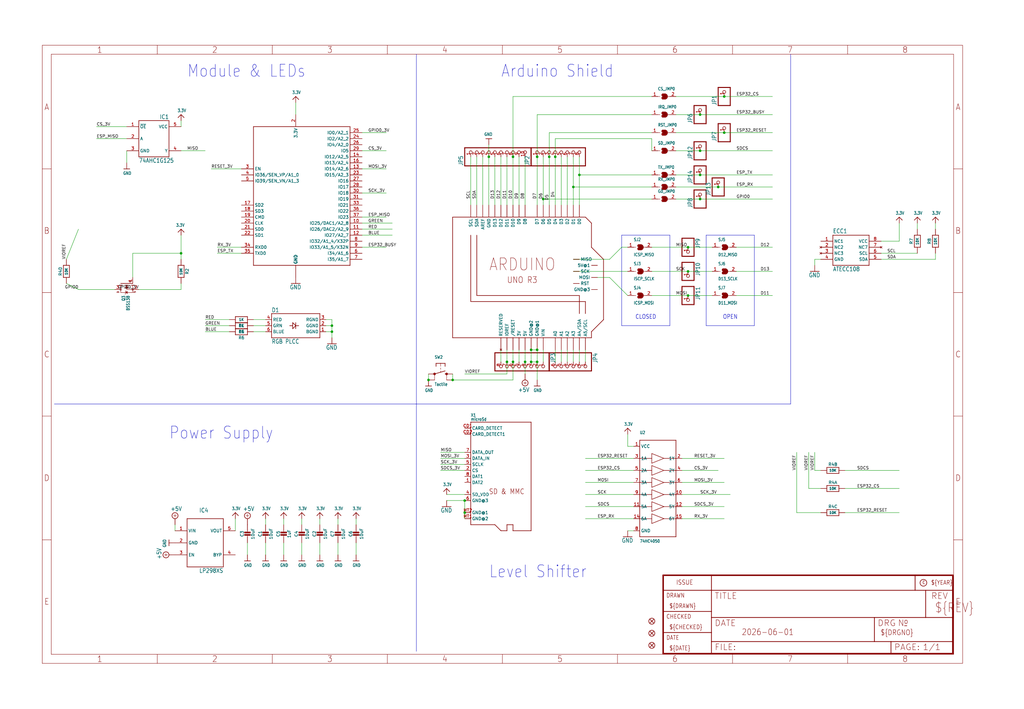
<source format=kicad_sch>
(kicad_sch (version 20230121) (generator eeschema)
  (paper "User" 430.962 298.602)
  (junction (at 220.98 152.4))
  (junction (at 195.58 215.9))
  (junction (at 215.9 66.04))
  (junction (at 231.14 66.04))
  (junction (at 228.6 83.82))
  (junction (at 304.8 40.64))
  (junction (at 205.74 66.04))
  (junction (at 76.2 106.68))
  (junction (at 226.06 147.32))
  (junction (at 139.7 139.7))
  (junction (at 241.3 78.74))
  (junction (at 294.64 48.26))
  (junction (at 304.8 55.88))
  (junction (at 302.26 78.74))
  (junction (at 289.56 114.3))
  (junction (at 294.64 83.82))
  (junction (at 289.56 124.46))
  (junction (at 223.52 147.32))
  (junction (at 180.34 160.02))
  (junction (at 294.64 73.66))
  (junction (at 226.06 152.4))
  (junction (at 223.52 152.4))
  (junction (at 139.7 137.16))
  (junction (at 226.06 66.04))
  (junction (at 195.58 210.82))
  (junction (at 294.64 63.5))
  (junction (at 233.68 66.04))
  (junction (at 289.56 104.14))
  (junction (at 190.5 160.02))
  (junction (at 215.9 152.4))
  (junction (at 243.84 73.66))
  (junction (at 213.36 152.4))
  (wire (pts (xy 370.84 106.68) (xy 386.08 106.68)) (stroke (width 0.1524)))
  (wire (pts (xy 162.56 63.5) (xy 152.4 63.5)) (stroke (width 0.1524)))
  (wire (pts (xy 256.54 116.84) (xy 264.16 124.46)) (stroke (width 0.1524)))
  (wire (pts (xy 111.76 218.44) (xy 111.76 220.98)) (stroke (width 0.1524)))
  (wire (pts (xy 241.3 78.74) (xy 274.32 78.74)) (stroke (width 0.1524)))
  (wire (pts (xy 137.16 137.16) (xy 139.7 137.16)) (stroke (width 0.1524)))
  (wire (pts (xy 266.7 213.36) (xy 246.38 213.36)) (stroke (width 0.1524)))
  (wire (pts (xy 266.7 193.04) (xy 246.38 193.04)) (stroke (width 0.1524)))
  (wire (pts (xy 294.64 48.26) (xy 325.12 48.26)) (stroke (width 0.1524)))
  (wire (pts (xy 243.84 152.4) (xy 243.84 147.32)) (stroke (width 0.1524)))
  (wire (pts (xy 233.68 58.42) (xy 274.32 58.42)) (stroke (width 0.1524)))
  (polyline (pts (xy 175.26 170.18) (xy 175.26 22.86)) (stroke (width 0.1524) (type solid)))
  (wire (pts (xy 215.9 66.04) (xy 215.9 86.36)) (stroke (width 0.1524)))
  (wire (pts (xy 53.34 63.5) (xy 53.34 68.58)) (stroke (width 0.1524)))
  (wire (pts (xy 264.16 187.96) (xy 264.16 182.88)) (stroke (width 0.1524)))
  (wire (pts (xy 162.56 81.28) (xy 152.4 81.28)) (stroke (width 0.1524)))
  (wire (pts (xy 220.98 152.4) (xy 220.98 147.32)) (stroke (width 0.1524)))
  (wire (pts (xy 101.6 104.14) (xy 91.44 104.14)) (stroke (width 0.1524)))
  (wire (pts (xy 106.68 134.62) (xy 111.76 134.62)) (stroke (width 0.1524)))
  (polyline (pts (xy 297.18 137.16) (xy 317.5 137.16)) (stroke (width 0.1524) (type solid)))
  (wire (pts (xy 287.02 213.36) (xy 304.8 213.36)) (stroke (width 0.1524)))
  (wire (pts (xy 284.48 73.66) (xy 294.64 73.66)) (stroke (width 0.1524)))
  (wire (pts (xy 261.62 104.14) (xy 264.16 104.14)) (stroke (width 0.1524)))
  (wire (pts (xy 287.02 193.04) (xy 304.8 193.04)) (stroke (width 0.1524)))
  (wire (pts (xy 274.32 114.3) (xy 289.56 114.3)) (stroke (width 0.1524)))
  (wire (pts (xy 86.36 137.16) (xy 96.52 137.16)) (stroke (width 0.1524)))
  (wire (pts (xy 236.22 66.04) (xy 236.22 86.36)) (stroke (width 0.1524)))
  (wire (pts (xy 195.58 195.58) (xy 185.42 195.58)) (stroke (width 0.1524)))
  (wire (pts (xy 33.02 121.92) (xy 27.94 119.38)) (stroke (width 0.1524)))
  (wire (pts (xy 210.82 152.4) (xy 210.82 147.32)) (stroke (width 0.1524)))
  (wire (pts (xy 345.44 109.22) (xy 342.9 109.22)) (stroke (width 0.1524)))
  (wire (pts (xy 274.32 55.88) (xy 231.14 55.88)) (stroke (width 0.1524)))
  (wire (pts (xy 190.5 160.02) (xy 215.9 160.02)) (stroke (width 0.1524)))
  (wire (pts (xy 226.06 160.02) (xy 226.06 152.4)) (stroke (width 0.1524)))
  (wire (pts (xy 226.06 152.4) (xy 226.06 147.32)) (stroke (width 0.1524)))
  (polyline (pts (xy 297.18 99.06) (xy 297.18 137.16)) (stroke (width 0.1524) (type solid)))
  (wire (pts (xy 287.02 208.28) (xy 307.34 208.28)) (stroke (width 0.1524)))
  (wire (pts (xy 86.36 139.7) (xy 96.52 139.7)) (stroke (width 0.1524)))
  (wire (pts (xy 294.64 63.5) (xy 325.12 63.5)) (stroke (width 0.1524)))
  (wire (pts (xy 55.88 116.84) (xy 55.88 106.68)) (stroke (width 0.1524)))
  (wire (pts (xy 134.62 220.98) (xy 134.62 218.44)) (stroke (width 0.1524)))
  (wire (pts (xy 48.26 121.92) (xy 33.02 121.92)) (stroke (width 0.1524)))
  (wire (pts (xy 187.96 210.82) (xy 195.58 210.82)) (stroke (width 0.1524)))
  (wire (pts (xy 185.42 193.04) (xy 195.58 193.04)) (stroke (width 0.1524)))
  (wire (pts (xy 101.6 71.12) (xy 88.9 71.12)) (stroke (width 0.1524)))
  (wire (pts (xy 274.32 48.26) (xy 226.06 48.26)) (stroke (width 0.1524)))
  (wire (pts (xy 76.2 63.5) (xy 86.36 63.5)) (stroke (width 0.1524)))
  (wire (pts (xy 335.28 215.9) (xy 335.28 190.5)) (stroke (width 0.1524)))
  (wire (pts (xy 223.52 147.32) (xy 226.06 147.32)) (stroke (width 0.1524)))
  (wire (pts (xy 393.7 93.98) (xy 393.7 96.52)) (stroke (width 0.1524)))
  (wire (pts (xy 251.46 116.84) (xy 256.54 116.84)) (stroke (width 0.1524)))
  (wire (pts (xy 223.52 152.4) (xy 223.52 147.32)) (stroke (width 0.1524)))
  (wire (pts (xy 246.38 152.4) (xy 246.38 147.32)) (stroke (width 0.1524)))
  (wire (pts (xy 127 218.44) (xy 127 220.98)) (stroke (width 0.1524)))
  (polyline (pts (xy 332.74 170.18) (xy 332.74 22.86)) (stroke (width 0.1524) (type solid)))
  (wire (pts (xy 231.14 55.88) (xy 231.14 66.04)) (stroke (width 0.1524)))
  (wire (pts (xy 58.42 121.92) (xy 76.2 121.92)) (stroke (width 0.1524)))
  (wire (pts (xy 185.42 198.12) (xy 195.58 198.12)) (stroke (width 0.1524)))
  (wire (pts (xy 355.6 205.74) (xy 378.46 205.74)) (stroke (width 0.1524)))
  (wire (pts (xy 139.7 139.7) (xy 139.7 142.24)) (stroke (width 0.1524)))
  (polyline (pts (xy 317.5 99.06) (xy 297.18 99.06)) (stroke (width 0.1524) (type solid)))
  (wire (pts (xy 119.38 228.6) (xy 119.38 233.68)) (stroke (width 0.1524)))
  (wire (pts (xy 195.58 218.44) (xy 195.58 215.9)) (stroke (width 0.1524)))
  (wire (pts (xy 210.82 66.04) (xy 210.82 86.36)) (stroke (width 0.1524)))
  (wire (pts (xy 149.86 228.6) (xy 149.86 233.68)) (stroke (width 0.1524)))
  (wire (pts (xy 220.98 157.48) (xy 220.98 152.4)) (stroke (width 0.1524)))
  (wire (pts (xy 218.44 66.04) (xy 218.44 86.36)) (stroke (width 0.1524)))
  (wire (pts (xy 241.3 109.22) (xy 256.54 109.22)) (stroke (width 0.1524)))
  (wire (pts (xy 111.76 228.6) (xy 111.76 233.68)) (stroke (width 0.1524)))
  (wire (pts (xy 243.84 73.66) (xy 243.84 86.36)) (stroke (width 0.1524)))
  (wire (pts (xy 218.44 152.4) (xy 218.44 147.32)) (stroke (width 0.1524)))
  (polyline (pts (xy 317.5 137.16) (xy 317.5 99.06)) (stroke (width 0.1524) (type solid)))
  (wire (pts (xy 243.84 66.04) (xy 243.84 73.66)) (stroke (width 0.1524)))
  (wire (pts (xy 215.9 160.02) (xy 215.9 152.4)) (stroke (width 0.1524)))
  (wire (pts (xy 345.44 198.12) (xy 342.9 198.12)) (stroke (width 0.1524)))
  (wire (pts (xy 266.7 187.96) (xy 264.16 187.96)) (stroke (width 0.1524)))
  (wire (pts (xy 304.8 203.2) (xy 287.02 203.2)) (stroke (width 0.1524)))
  (wire (pts (xy 238.76 152.4) (xy 238.76 147.32)) (stroke (width 0.1524)))
  (wire (pts (xy 309.88 114.3) (xy 325.12 114.3)) (stroke (width 0.1524)))
  (polyline (pts (xy 175.26 274.32) (xy 175.26 170.18)) (stroke (width 0.1524) (type solid)))
  (wire (pts (xy 228.6 83.82) (xy 274.32 83.82)) (stroke (width 0.1524)))
  (wire (pts (xy 342.9 109.22) (xy 342.9 111.76)) (stroke (width 0.1524)))
  (wire (pts (xy 231.14 66.04) (xy 231.14 86.36)) (stroke (width 0.1524)))
  (wire (pts (xy 304.8 55.88) (xy 284.48 55.88)) (stroke (width 0.1524)))
  (wire (pts (xy 142.24 218.44) (xy 142.24 220.98)) (stroke (width 0.1524)))
  (wire (pts (xy 104.14 228.6) (xy 104.14 233.68)) (stroke (width 0.1524)))
  (wire (pts (xy 289.56 124.46) (xy 299.72 124.46)) (stroke (width 0.1524)))
  (wire (pts (xy 304.8 40.64) (xy 284.48 40.64)) (stroke (width 0.1524)))
  (wire (pts (xy 228.6 83.82) (xy 228.6 86.36)) (stroke (width 0.1524)))
  (wire (pts (xy 238.76 66.04) (xy 238.76 86.36)) (stroke (width 0.1524)))
  (wire (pts (xy 40.64 58.42) (xy 53.34 58.42)) (stroke (width 0.1524)))
  (wire (pts (xy 287.02 198.12) (xy 302.26 198.12)) (stroke (width 0.1524)))
  (wire (pts (xy 370.84 109.22) (xy 393.7 109.22)) (stroke (width 0.1524)))
  (wire (pts (xy 27.94 109.22) (xy 33.02 96.52)) (stroke (width 0.1524)))
  (wire (pts (xy 195.58 190.5) (xy 185.42 190.5)) (stroke (width 0.1524)))
  (wire (pts (xy 213.36 152.4) (xy 213.36 147.32)) (stroke (width 0.1524)))
  (wire (pts (xy 266.7 218.44) (xy 246.38 218.44)) (stroke (width 0.1524)))
  (wire (pts (xy 378.46 93.98) (xy 378.46 101.6)) (stroke (width 0.1524)))
  (polyline (pts (xy 261.62 137.16) (xy 261.62 99.06)) (stroke (width 0.1524) (type solid)))
  (wire (pts (xy 205.74 66.04) (xy 205.74 86.36)) (stroke (width 0.1524)))
  (wire (pts (xy 304.8 55.88) (xy 325.12 55.88)) (stroke (width 0.1524)))
  (wire (pts (xy 134.62 228.6) (xy 134.62 233.68)) (stroke (width 0.1524)))
  (wire (pts (xy 309.88 124.46) (xy 325.12 124.46)) (stroke (width 0.1524)))
  (wire (pts (xy 152.4 55.88) (xy 162.56 55.88)) (stroke (width 0.1524)))
  (wire (pts (xy 180.34 157.48) (xy 180.34 160.02)) (stroke (width 0.1524)))
  (wire (pts (xy 190.5 160.02) (xy 190.5 157.48)) (stroke (width 0.1524)))
  (wire (pts (xy 76.2 106.68) (xy 76.2 109.22)) (stroke (width 0.1524)))
  (wire (pts (xy 152.4 104.14) (xy 162.56 104.14)) (stroke (width 0.1524)))
  (wire (pts (xy 340.36 205.74) (xy 340.36 190.5)) (stroke (width 0.1524)))
  (wire (pts (xy 284.48 78.74) (xy 302.26 78.74)) (stroke (width 0.1524)))
  (wire (pts (xy 215.9 152.4) (xy 215.9 147.32)) (stroke (width 0.1524)))
  (polyline (pts (xy 281.94 99.06) (xy 281.94 137.16)) (stroke (width 0.1524) (type solid)))
  (wire (pts (xy 256.54 109.22) (xy 261.62 104.14)) (stroke (width 0.1524)))
  (wire (pts (xy 342.9 198.12) (xy 342.9 190.5)) (stroke (width 0.1524)))
  (wire (pts (xy 73.66 220.98) (xy 73.66 223.52)) (stroke (width 0.1524)))
  (wire (pts (xy 228.6 152.4) (xy 228.6 147.32)) (stroke (width 0.1524)))
  (wire (pts (xy 274.32 104.14) (xy 289.56 104.14)) (stroke (width 0.1524)))
  (wire (pts (xy 284.48 83.82) (xy 294.64 83.82)) (stroke (width 0.1524)))
  (wire (pts (xy 294.64 73.66) (xy 325.12 73.66)) (stroke (width 0.1524)))
  (wire (pts (xy 106.68 139.7) (xy 111.76 139.7)) (stroke (width 0.1524)))
  (wire (pts (xy 241.3 114.3) (xy 264.16 114.3)) (stroke (width 0.1524)))
  (wire (pts (xy 152.4 96.52) (xy 165.1 96.52)) (stroke (width 0.1524)))
  (wire (pts (xy 119.38 218.44) (xy 119.38 220.98)) (stroke (width 0.1524)))
  (wire (pts (xy 386.08 96.52) (xy 386.08 93.98)) (stroke (width 0.1524)))
  (wire (pts (xy 243.84 73.66) (xy 274.32 73.66)) (stroke (width 0.1524)))
  (wire (pts (xy 241.3 152.4) (xy 241.3 147.32)) (stroke (width 0.1524)))
  (wire (pts (xy 233.68 66.04) (xy 233.68 58.42)) (stroke (width 0.1524)))
  (wire (pts (xy 274.32 40.64) (xy 215.9 40.64)) (stroke (width 0.1524)))
  (wire (pts (xy 162.56 91.44) (xy 152.4 91.44)) (stroke (width 0.1524)))
  (wire (pts (xy 274.32 58.42) (xy 274.32 63.5)) (stroke (width 0.1524)))
  (wire (pts (xy 220.98 86.36) (xy 220.98 66.04)) (stroke (width 0.1524)))
  (wire (pts (xy 274.32 124.46) (xy 289.56 124.46)) (stroke (width 0.1524)))
  (wire (pts (xy 233.68 152.4) (xy 233.68 147.32)) (stroke (width 0.1524)))
  (wire (pts (xy 137.16 139.7) (xy 139.7 139.7)) (stroke (width 0.1524)))
  (wire (pts (xy 55.88 106.68) (xy 76.2 106.68)) (stroke (width 0.1524)))
  (polyline (pts (xy 261.62 99.06) (xy 281.94 99.06)) (stroke (width 0.1524) (type solid)))
  (wire (pts (xy 226.06 48.26) (xy 226.06 66.04)) (stroke (width 0.1524)))
  (wire (pts (xy 266.7 198.12) (xy 246.38 198.12)) (stroke (width 0.1524)))
  (wire (pts (xy 139.7 137.16) (xy 139.7 139.7)) (stroke (width 0.1524)))
  (wire (pts (xy 294.64 48.26) (xy 284.48 48.26)) (stroke (width 0.1524)))
  (wire (pts (xy 101.6 106.68) (xy 91.44 106.68)) (stroke (width 0.1524)))
  (wire (pts (xy 226.06 86.36) (xy 226.06 66.04)) (stroke (width 0.1524)))
  (wire (pts (xy 195.58 215.9) (xy 195.58 210.82)) (stroke (width 0.1524)))
  (wire (pts (xy 393.7 109.22) (xy 393.7 106.68)) (stroke (width 0.1524)))
  (wire (pts (xy 142.24 233.68) (xy 142.24 228.6)) (stroke (width 0.1524)))
  (wire (pts (xy 213.36 86.36) (xy 213.36 66.04)) (stroke (width 0.1524)))
  (wire (pts (xy 205.74 60.96) (xy 205.74 66.04)) (stroke (width 0.1524)))
  (wire (pts (xy 309.88 104.14) (xy 325.12 104.14)) (stroke (width 0.1524)))
  (wire (pts (xy 345.44 205.74) (xy 340.36 205.74)) (stroke (width 0.1524)))
  (wire (pts (xy 378.46 215.9) (xy 355.6 215.9)) (stroke (width 0.1524)))
  (wire (pts (xy 284.48 63.5) (xy 294.64 63.5)) (stroke (width 0.1524)))
  (wire (pts (xy 203.2 66.04) (xy 203.2 86.36)) (stroke (width 0.1524)))
  (wire (pts (xy 165.1 99.06) (xy 152.4 99.06)) (stroke (width 0.1524)))
  (wire (pts (xy 152.4 93.98) (xy 165.1 93.98)) (stroke (width 0.1524)))
  (wire (pts (xy 233.68 86.36) (xy 233.68 66.04)) (stroke (width 0.1524)))
  (wire (pts (xy 304.8 40.64) (xy 325.12 40.64)) (stroke (width 0.1524)))
  (wire (pts (xy 266.7 223.52) (xy 264.16 223.52)) (stroke (width 0.1524)))
  (wire (pts (xy 287.02 218.44) (xy 304.8 218.44)) (stroke (width 0.1524)))
  (wire (pts (xy 246.38 203.2) (xy 266.7 203.2)) (stroke (width 0.1524)))
  (wire (pts (xy 241.3 78.74) (xy 241.3 86.36)) (stroke (width 0.1524)))
  (wire (pts (xy 127 233.68) (xy 127 228.6)) (stroke (width 0.1524)))
  (wire (pts (xy 241.3 66.04) (xy 241.3 78.74)) (stroke (width 0.1524)))
  (polyline (pts (xy 175.26 170.18) (xy 332.74 170.18)) (stroke (width 0.1524) (type solid)))
  (wire (pts (xy 289.56 104.14) (xy 299.72 104.14)) (stroke (width 0.1524)))
  (polyline (pts (xy 22.86 170.18) (xy 175.26 170.18)) (stroke (width 0.1524) (type solid)))
  (wire (pts (xy 152.4 71.12) (xy 162.56 71.12)) (stroke (width 0.1524)))
  (wire (pts (xy 215.9 66.04) (xy 215.9 40.64)) (stroke (width 0.1524)))
  (wire (pts (xy 370.84 101.6) (xy 378.46 101.6)) (stroke (width 0.1524)))
  (wire (pts (xy 76.2 106.68) (xy 76.2 99.06)) (stroke (width 0.1524)))
  (wire (pts (xy 99.06 218.44) (xy 99.06 223.52)) (stroke (width 0.1524)))
  (wire (pts (xy 106.68 137.16) (xy 111.76 137.16)) (stroke (width 0.1524)))
  (wire (pts (xy 266.7 208.28) (xy 246.38 208.28)) (stroke (width 0.1524)))
  (wire (pts (xy 302.26 78.74) (xy 325.12 78.74)) (stroke (width 0.1524)))
  (wire (pts (xy 208.28 86.36) (xy 208.28 66.04)) (stroke (width 0.1524)))
  (wire (pts (xy 40.64 53.34) (xy 53.34 53.34)) (stroke (width 0.1524)))
  (wire (pts (xy 198.12 66.04) (xy 198.12 86.36)) (stroke (width 0.1524)))
  (wire (pts (xy 325.12 83.82) (xy 294.64 83.82)) (stroke (width 0.1524)))
  (wire (pts (xy 226.06 152.4) (xy 223.52 152.4)) (stroke (width 0.1524)))
  (wire (pts (xy 139.7 134.62) (xy 139.7 137.16)) (stroke (width 0.1524)))
  (wire (pts (xy 213.36 157.48) (xy 195.58 157.48)) (stroke (width 0.1524)))
  (wire (pts (xy 213.36 152.4) (xy 213.36 157.48)) (stroke (width 0.1524)))
  (wire (pts (xy 228.6 66.04) (xy 228.6 83.82)) (stroke (width 0.1524)))
  (wire (pts (xy 137.16 134.62) (xy 139.7 134.62)) (stroke (width 0.1524)))
  (wire (pts (xy 345.44 215.9) (xy 335.28 215.9)) (stroke (width 0.1524)))
  (wire (pts (xy 76.2 50.8) (xy 76.2 53.34)) (stroke (width 0.1524)))
  (wire (pts (xy 76.2 121.92) (xy 76.2 119.38)) (stroke (width 0.1524)))
  (wire (pts (xy 355.6 198.12) (xy 378.46 198.12)) (stroke (width 0.1524)))
  (wire (pts (xy 124.46 43.18) (xy 124.46 48.26)) (stroke (width 0.1524)))
  (wire (pts (xy 200.66 66.04) (xy 200.66 86.36)) (stroke (width 0.1524)))
  (wire (pts (xy 236.22 152.4) (xy 236.22 147.32)) (stroke (width 0.1524)))
  (wire (pts (xy 86.36 134.62) (xy 96.52 134.62)) (stroke (width 0.1524)))
  (wire (pts (xy 289.56 114.3) (xy 299.72 114.3)) (stroke (width 0.1524)))
  (polyline (pts (xy 281.94 137.16) (xy 261.62 137.16)) (stroke (width 0.1524) (type solid)))
  (wire (pts (xy 149.86 220.98) (xy 149.86 218.44)) (stroke (width 0.1524)))
  (wire (pts (xy 187.96 208.28) (xy 195.58 208.28)) (stroke (width 0.1524)))
  (text "Level Shifter" (at 205.74 243.84 0) (effects (font (size 5.08 4.318)) (justify left bottom)))
  (text "Power Supply" (at 71.12 185.42 0) (effects (font (size 5.08 4.318)) (justify left bottom)))
  (text "Arduino Shield" (at 210.82 33.02 0) (effects (font (size 5.08 4.318)) (justify left bottom)))
  (text "OPEN" (at 307.34 134.62 0) (effects (font (size 1.778 1.5113)) (justify bottom)))
  (text "CLOSED" (at 271.78 134.62 0) (effects (font (size 1.778 1.5113)) (justify bottom)))
  (text "Module & LEDs" (at 78.74 33.02 0) (effects (font (size 5.08 4.318)) (justify left bottom)))
  (label "ESP32_RESET" (at 309.88 55.88 0) (effects (font (size 1.2446 1.2446))))
  (label "BLUE" (at 154.94 99.06 0) (effects (font (size 1.2446 1.2446))))
  (label "RESET_3V" (at 88.9 71.12 0) (effects (font (size 1.2446 1.2446))))
  (label "MISO" (at 78.74 63.5 0) (effects (font (size 1.2446 1.2446))))
  (label "ESP32_BUSY" (at 154.94 104.14 0) (effects (font (size 1.2446 1.2446))))
  (label "D13" (at 320.04 114.3 0) (effects (font (size 1.2446 1.2446))))
  (label "VIOREF" (at 335.28 198.12 90) (effects (font (size 1.2446 1.2446))))
  (label "SDCS" (at 360.68 198.12 0) (effects (font (size 1.2446 1.2446))))
  (label "SDCS_3V" (at 185.42 198.12 0) (effects (font (size 1.2446 1.2446))))
  (label "SCK_3V" (at 185.42 195.58 0) (effects (font (size 1.2446 1.2446))))
  (label "ESP_MISO" (at 40.64 58.42 0) (effects (font (size 1.2446 1.2446))))
  (label "GPIO0" (at 309.88 83.82 0) (effects (font (size 1.2446 1.2446))))
  (label "SDCS_3V" (at 292.1 213.36 0) (effects (font (size 1.2446 1.2446))))
  (label "ESP32_CS" (at 309.88 40.64 0) (effects (font (size 1.2446 1.2446))))
  (label "D9" (at 218.44 83.82 90) (effects (font (size 1.2446 1.2446))))
  (label "BLUE" (at 86.36 139.7 0) (effects (font (size 1.2446 1.2446))))
  (label "D7" (at 226.06 83.82 90) (effects (font (size 1.2446 1.2446))))
  (label "MOSI_3V" (at 292.1 203.2 0) (effects (font (size 1.2446 1.2446))))
  (label "RX_3V" (at 91.44 104.14 0) (effects (font (size 1.2446 1.2446))))
  (label "VIOREF" (at 195.58 157.48 0) (effects (font (size 1.2446 1.2446))))
  (label "SDA" (at 200.66 83.82 90) (effects (font (size 1.2446 1.2446))))
  (label "ESP32_CS" (at 251.46 198.12 0) (effects (font (size 1.2446 1.2446))))
  (label "D4" (at 233.68 83.185 90) (effects (font (size 1.2446 1.2446))))
  (label "ESP32_BUSY" (at 309.88 48.26 0) (effects (font (size 1.2446 1.2446))))
  (label "ESP_TX" (at 309.88 73.66 0) (effects (font (size 1.2446 1.2446))))
  (label "SDA" (at 373.38 109.22 0) (effects (font (size 1.2446 1.2446))))
  (label "MISO" (at 284.48 104.14 0) (effects (font (size 1.2446 1.2446))))
  (label "SCK" (at 284.48 114.3 0) (effects (font (size 1.2446 1.2446))))
  (label "D6" (at 228.6 83.82 90) (effects (font (size 1.2446 1.2446))))
  (label "RED" (at 154.94 96.52 0) (effects (font (size 1.2446 1.2446))))
  (label "RX_3V" (at 292.1 218.44 0) (effects (font (size 1.2446 1.2446))))
  (label "SCL" (at 198.12 83.82 90) (effects (font (size 1.2446 1.2446))))
  (label "D5" (at 231.14 84.455 90) (effects (font (size 1.2446 1.2446))))
  (label "ESP_MISO" (at 154.94 91.44 0) (effects (font (size 1.2446 1.2446))))
  (label "GREEN" (at 154.94 93.98 0) (effects (font (size 1.2446 1.2446))))
  (label "ESP32_RESET" (at 360.68 215.9 0) (effects (font (size 1.2446 1.2446))))
  (label "GPIO0" (at 33.02 121.92 180) (effects (font (size 1.2446 1.2446))))
  (label "MOSI_3V" (at 154.94 71.12 0) (effects (font (size 1.2446 1.2446))))
  (label "D11" (at 213.36 83.82 90) (effects (font (size 1.2446 1.2446))))
  (label "SCL" (at 373.38 106.68 0) (effects (font (size 1.2446 1.2446))))
  (label "GPIO0_3V" (at 58.42 121.92 180) (effects (font (size 1.2446 1.2446))))
  (label "GREEN" (at 86.36 137.16 0) (effects (font (size 1.2446 1.2446))))
  (label "D12" (at 210.82 83.82 90) (effects (font (size 1.2446 1.2446))))
  (label "CS_3V" (at 154.94 63.5 0) (effects (font (size 1.2446 1.2446))))
  (label "ESP32_RESET" (at 251.46 193.04 0) (effects (font (size 1.2446 1.2446))))
  (label "SCK_3V" (at 154.94 81.28 0) (effects (font (size 1.2446 1.2446))))
  (label "MOSI" (at 284.48 124.46 0) (effects (font (size 1.2446 1.2446))))
  (label "RESET_3V" (at 292.1 193.04 0) (effects (font (size 1.2446 1.2446))))
  (label "GPIO0_3V" (at 154.94 55.88 0) (effects (font (size 1.2446 1.2446))))
  (label "ESP_RX" (at 309.88 78.74 0) (effects (font (size 1.2446 1.2446))))
  (label "D12" (at 320.04 104.14 0) (effects (font (size 1.2446 1.2446))))
  (label "MISO" (at 185.42 190.5 0) (effects (font (size 1.2446 1.2446))))
  (label "CS_3V" (at 40.64 53.34 0) (effects (font (size 1.2446 1.2446))))
  (label "SCK" (at 251.46 208.28 0) (effects (font (size 1.2446 1.2446))))
  (label "ESP_TX" (at 91.44 106.68 0) (effects (font (size 1.2446 1.2446))))
  (label "SDCS" (at 251.46 213.36 0) (effects (font (size 1.2446 1.2446))))
  (label "VIOREF" (at 27.94 109.22 90) (effects (font (size 1.2446 1.2446))))
  (label "D10" (at 215.9 83.82 90) (effects (font (size 1.2446 1.2446))))
  (label "MOSI_3V" (at 185.42 193.04 0) (effects (font (size 1.2446 1.2446))))
  (label "CS_3V" (at 292.1 198.12 0) (effects (font (size 1.2446 1.2446))))
  (label "D8" (at 220.98 83.82 90) (effects (font (size 1.2446 1.2446))))
  (label "D11" (at 320.04 124.46 0) (effects (font (size 1.2446 1.2446))))
  (label "SCK_3V" (at 294.64 208.28 0) (effects (font (size 1.2446 1.2446))))
  (label "ESP_RX" (at 251.46 218.44 0) (effects (font (size 1.2446 1.2446))))
  (label "VIOREF" (at 342.9 198.12 90) (effects (font (size 1.2446 1.2446))))
  (label "ESP32_CS" (at 360.68 205.74 0) (effects (font (size 1.2446 1.2446))))
  (label "SDCS" (at 309.88 63.5 0) (effects (font (size 1.2446 1.2446))))
  (label "VIOREF" (at 340.36 198.12 90) (effects (font (size 1.2446 1.2446))))
  (label "RED" (at 86.36 134.62 0) (effects (font (size 1.2446 1.2446))))
  (label "MOSI" (at 251.46 203.2 0) (effects (font (size 1.2446 1.2446))))
  (label "D13" (at 208.28 83.82 90) (effects (font (size 1.2446 1.2446))))
  (symbol (lib_id "working-eagle-import:HEADER-1X1ROUND") (at 289.56 127 270) (unit 1)
    (property "Reference" "JP11" (at 292.735 120.65 0) (effects (font (size 1.778 1.5113)) (justify left bottom)))
    (property "Value" "HEADER-1X1ROUND" (effects hide))
    (property "Footprint" "working:1X01_ROUND" (effects hide))
  )
  (symbol (lib_id "working-eagle-import:FRAME_A3") (at 279.4 276.86 0) (unit 3)
    (property "Reference" "#FRAME1" (effects hide))
    (property "Value" "FRAME_A3" (effects hide))
  )
  (symbol (lib_id "working-eagle-import:HEADER-1X1070MIL") (at 208.28 63.5 90) (unit 1)
    (property "Reference" "JP5" (at 194.945 69.85 0) (effects (font (size 1.778 1.5113)) (justify left bottom)))
    (property "Value" "HEADER-1X1070MIL" (effects hide))
    (property "Footprint" "working:1X10_ROUND70" (effects hide))
  )
  (symbol (lib_id "working-eagle-import:3.3V") (at 149.86 215.9 0) (unit 1)
    (property "Reference" "#U$13" (effects hide))
    (property "Value" "3.3V" (at 148.336 214.884 0) (effects (font (size 1.27 1.0795)) (justify left bottom)))
  )
  (symbol (lib_id "working-eagle-import:SOLDERJUMPERREFLOW_NOPASTE") (at 304.8 114.3 0) (unit 1)
    (property "Reference" "SJ6" (at 302.26 111.76 0) (effects (font (size 1.27 1.0795)) (justify left bottom)))
    (property "Value" "D13_SCLK" (at 302.26 118.11 0) (effects (font (size 1.27 1.0795)) (justify left bottom)))
    (property "Footprint" "working:SOLDERJUMPER_REFLOW_NOPASTE" (effects hide))
  )
  (symbol (lib_id "working-eagle-import:ARDUINO_R3_ICSP_NODIM") (at 190.5 142.24 0) (unit 1)
    (property "Reference" "M1" (effects hide))
    (property "Value" "ARDUINO_R3_ICSP_NODIM" (effects hide))
    (property "Footprint" "working:ARDUINOR3_ICSP_NODIM" (effects hide))
  )
  (symbol (lib_id "working-eagle-import:RESISTOR_0603_NOOUT") (at 76.2 114.3 270) (unit 1)
    (property "Reference" "R2" (at 78.74 114.3 0))
    (property "Value" "10K" (at 76.2 114.3 0) (effects (font (size 1.016 1.016) bold)))
    (property "Footprint" "working:0603-NO" (effects hide))
  )
  (symbol (lib_id "working-eagle-import:ESP32_WROOM32") (at 124.46 88.9 0) (unit 1)
    (property "Reference" "X2" (effects hide))
    (property "Value" "ESP32_WROOM32" (effects hide))
    (property "Footprint" "working:WROOM32" (effects hide))
  )
  (symbol (lib_id "working-eagle-import:SOLDERJUMPER") (at 279.4 78.74 0) (unit 1)
    (property "Reference" "RX_JMP0" (at 276.86 76.2 0) (effects (font (size 1.27 1.0795)) (justify left bottom)))
    (property "Value" "SOLDERJUMPER" (effects hide))
    (property "Footprint" "working:SOLDERJUMPER_ARROW_NOPASTE" (effects hide))
  )
  (symbol (lib_id "working-eagle-import:CAP_CERAMIC0805-NOOUTLINE") (at 134.62 226.06 0) (unit 1)
    (property "Reference" "C2" (at 132.33 224.81 90))
    (property "Value" "10uF" (at 136.92 224.81 90))
    (property "Footprint" "working:0805-NO" (effects hide))
  )
  (symbol (lib_id "working-eagle-import:FIDUCIAL_1MM") (at 274.32 261.62 0) (unit 1)
    (property "Reference" "FID2" (effects hide))
    (property "Value" "FIDUCIAL_1MM" (effects hide))
    (property "Footprint" "working:FIDUCIAL_1MM" (effects hide))
  )
  (symbol (lib_id "working-eagle-import:SOLDERJUMPERCLOSED") (at 279.4 48.26 0) (unit 1)
    (property "Reference" "IRQ_JMP0" (at 276.86 45.72 0) (effects (font (size 1.27 1.0795)) (justify left bottom)))
    (property "Value" "SOLDERJUMPERCLOSED" (effects hide))
    (property "Footprint" "working:SOLDERJUMPER_CLOSEDWIRE" (effects hide))
  )
  (symbol (lib_id "working-eagle-import:3.3V") (at 393.7 91.44 0) (unit 1)
    (property "Reference" "#U$38" (effects hide))
    (property "Value" "3.3V" (at 392.176 90.424 0) (effects (font (size 1.27 1.0795)) (justify left bottom)))
  )
  (symbol (lib_id "working-eagle-import:RESISTOR_0603_NOOUT") (at 386.08 101.6 90) (unit 1)
    (property "Reference" "R7" (at 383.54 101.6 0))
    (property "Value" "10K" (at 386.08 101.6 0) (effects (font (size 1.016 1.016) bold)))
    (property "Footprint" "working:0603-NO" (effects hide))
  )
  (symbol (lib_id "working-eagle-import:HEADER-1X670MIL") (at 238.76 154.94 270) (unit 1)
    (property "Reference" "JP4" (at 249.555 148.59 0) (effects (font (size 1.778 1.5113)) (justify left bottom)))
    (property "Value" "HEADER-1X670MIL" (effects hide))
    (property "Footprint" "working:1X06_ROUND_70" (effects hide))
  )
  (symbol (lib_id "working-eagle-import:3.3V") (at 134.62 215.9 0) (unit 1)
    (property "Reference" "#U$5" (effects hide))
    (property "Value" "3.3V" (at 133.096 214.884 0) (effects (font (size 1.27 1.0795)) (justify left bottom)))
  )
  (symbol (lib_id "working-eagle-import:GND") (at 134.62 236.22 0) (unit 1)
    (property "Reference" "#U$7" (effects hide))
    (property "Value" "GND" (at 133.096 238.76 0) (effects (font (size 1.27 1.0795)) (justify left bottom)))
  )
  (symbol (lib_id "working-eagle-import:+5V") (at 104.14 218.44 0) (unit 1)
    (property "Reference" "#SUPPLY4" (effects hide))
    (property "Value" "+5V" (at 102.235 215.265 0) (effects (font (size 1.778 1.5113)) (justify left bottom)))
  )
  (symbol (lib_id "working-eagle-import:GND") (at 104.14 236.22 0) (unit 1)
    (property "Reference" "#U$19" (effects hide))
    (property "Value" "GND" (at 102.616 238.76 0) (effects (font (size 1.27 1.0795)) (justify left bottom)))
  )
  (symbol (lib_id "working-eagle-import:ATECC108") (at 358.14 104.14 0) (unit 1)
    (property "Reference" "ECC1" (at 350.52 98.298 0) (effects (font (size 1.778 1.5113)) (justify left bottom)))
    (property "Value" "ATECC108" (at 350.52 114.3 0) (effects (font (size 1.778 1.5113)) (justify left bottom)))
    (property "Footprint" "working:SOIC8" (effects hide))
  )
  (symbol (lib_id "working-eagle-import:SOLDERJUMPER") (at 279.4 83.82 0) (unit 1)
    (property "Reference" "G0_JMP0" (at 276.86 81.28 0) (effects (font (size 1.27 1.0795)) (justify left bottom)))
    (property "Value" "SOLDERJUMPER" (effects hide))
    (property "Footprint" "working:SOLDERJUMPER_ARROW_NOPASTE" (effects hide))
  )
  (symbol (lib_id "working-eagle-import:SOLDERJUMPERCLOSED") (at 279.4 40.64 0) (unit 1)
    (property "Reference" "CS_JMP0" (at 276.86 38.1 0) (effects (font (size 1.27 1.0795)) (justify left bottom)))
    (property "Value" "SOLDERJUMPERCLOSED" (effects hide))
    (property "Footprint" "working:SOLDERJUMPER_CLOSEDWIRE" (effects hide))
  )
  (symbol (lib_id "working-eagle-import:3.3V") (at 127 215.9 0) (unit 1)
    (property "Reference" "#U$17" (effects hide))
    (property "Value" "3.3V" (at 125.476 214.884 0) (effects (font (size 1.27 1.0795)) (justify left bottom)))
  )
  (symbol (lib_id "working-eagle-import:RESISTOR_0603_NOOUT") (at 101.6 134.62 180) (unit 1)
    (property "Reference" "R1" (at 101.6 137.16 0))
    (property "Value" "1K" (at 101.6 134.62 0) (effects (font (size 1.016 1.016) bold)))
    (property "Footprint" "working:0603-NO" (effects hide))
  )
  (symbol (lib_id "working-eagle-import:CAP_CERAMIC0805-NOOUTLINE") (at 111.76 226.06 0) (unit 1)
    (property "Reference" "C1" (at 109.47 224.81 90))
    (property "Value" "10uF" (at 114.06 224.81 90))
    (property "Footprint" "working:0805-NO" (effects hide))
  )
  (symbol (lib_id "working-eagle-import:MICROSD") (at 210.82 198.12 0) (unit 1)
    (property "Reference" "X1" (at 198.12 175.514 0) (effects (font (size 1.27 1.0795)) (justify left bottom)))
    (property "Value" "microSd" (at 198.12 177.292 0) (effects (font (size 1.27 1.0795)) (justify left bottom)))
    (property "Footprint" "working:MICROSD" (effects hide))
  )
  (symbol (lib_id "working-eagle-import:supply1_GND") (at 139.7 144.78 0) (unit 1)
    (property "Reference" "#GND1" (effects hide))
    (property "Value" "GND" (at 137.16 147.32 0) (effects (font (size 1.778 1.5113)) (justify left bottom)))
  )
  (symbol (lib_id "working-eagle-import:3.3V") (at 386.08 91.44 0) (unit 1)
    (property "Reference" "#U$36" (effects hide))
    (property "Value" "3.3V" (at 384.556 90.424 0) (effects (font (size 1.27 1.0795)) (justify left bottom)))
  )
  (symbol (lib_id "working-eagle-import:supply1_GND") (at 124.46 119.38 0) (unit 1)
    (property "Reference" "#GND8" (effects hide))
    (property "Value" "GND" (at 121.92 121.92 0) (effects (font (size 1.778 1.5113)) (justify left bottom)))
  )
  (symbol (lib_id "working-eagle-import:HEADER-1X1ROUND") (at 304.8 38.1 90) (unit 1)
    (property "Reference" "JP1" (at 301.625 44.45 0) (effects (font (size 1.778 1.5113)) (justify left bottom)))
    (property "Value" "HEADER-1X1ROUND" (effects hide))
    (property "Footprint" "working:1X01_ROUND" (effects hide))
  )
  (symbol (lib_id "working-eagle-import:SOLDERJUMPER") (at 279.4 73.66 0) (unit 1)
    (property "Reference" "TX_JMP0" (at 276.86 71.12 0) (effects (font (size 1.27 1.0795)) (justify left bottom)))
    (property "Value" "SOLDERJUMPER" (effects hide))
    (property "Footprint" "working:SOLDERJUMPER_ARROW_NOPASTE" (effects hide))
  )
  (symbol (lib_id "working-eagle-import:SOLDERJUMPERCLOSED") (at 269.24 124.46 0) (unit 1)
    (property "Reference" "SJ4" (at 266.7 121.92 0) (effects (font (size 1.27 1.0795)) (justify left bottom)))
    (property "Value" "ICSP_MOSI" (at 266.7 128.27 0) (effects (font (size 1.27 1.0795)) (justify left bottom)))
    (property "Footprint" "working:SOLDERJUMPER_CLOSEDWIRE" (effects hide))
  )
  (symbol (lib_id "working-eagle-import:SOLDERJUMPERCLOSED") (at 269.24 104.14 0) (unit 1)
    (property "Reference" "SJ2" (at 266.7 101.6 0) (effects (font (size 1.27 1.0795)) (justify left bottom)))
    (property "Value" "ICSP_MISO" (at 266.7 107.95 0) (effects (font (size 1.27 1.0795)) (justify left bottom)))
    (property "Footprint" "working:SOLDERJUMPER_CLOSEDWIRE" (effects hide))
  )
  (symbol (lib_id "working-eagle-import:SparkFun-Aesthetics_GND") (at 342.9 114.3 0) (unit 1)
    (property "Reference" "#GND18" (effects hide))
    (property "Value" "GND" (at 340.36 116.84 0) (effects (font (size 1.778 1.5113)) (justify left bottom)))
  )
  (symbol (lib_id "working-eagle-import:HEADER-1X1ROUND") (at 294.64 60.96 90) (unit 1)
    (property "Reference" "JP12" (at 291.465 67.31 0) (effects (font (size 1.778 1.5113)) (justify left bottom)))
    (property "Value" "HEADER-1X1ROUND" (effects hide))
    (property "Footprint" "working:1X01_ROUND" (effects hide))
  )
  (symbol (lib_id "working-eagle-import:GND") (at 119.38 236.22 0) (unit 1)
    (property "Reference" "#U$6" (effects hide))
    (property "Value" "GND" (at 117.856 238.76 0) (effects (font (size 1.27 1.0795)) (justify left bottom)))
  )
  (symbol (lib_id "working-eagle-import:supply1_GND") (at 264.16 226.06 0) (unit 1)
    (property "Reference" "#GND5" (effects hide))
    (property "Value" "GND" (at 261.62 228.6 0) (effects (font (size 1.778 1.5113)) (justify left bottom)))
  )
  (symbol (lib_id "working-eagle-import:SOLDERJUMPERREFLOW_NOPASTE") (at 304.8 104.14 0) (unit 1)
    (property "Reference" "SJ5" (at 302.26 101.6 0) (effects (font (size 1.27 1.0795)) (justify left bottom)))
    (property "Value" "D12_MISO" (at 302.26 107.95 0) (effects (font (size 1.27 1.0795)) (justify left bottom)))
    (property "Footprint" "working:SOLDERJUMPER_REFLOW_NOPASTE" (effects hide))
  )
  (symbol (lib_id "working-eagle-import:3.3V") (at 378.46 91.44 0) (unit 1)
    (property "Reference" "#U$37" (effects hide))
    (property "Value" "3.3V" (at 376.936 90.424 0) (effects (font (size 1.27 1.0795)) (justify left bottom)))
  )
  (symbol (lib_id "working-eagle-import:CAP_CERAMIC0805-NOOUTLINE") (at 119.38 226.06 0) (unit 1)
    (property "Reference" "C5" (at 117.09 224.81 90))
    (property "Value" "1uF" (at 121.68 224.81 90))
    (property "Footprint" "working:0805-NO" (effects hide))
  )
  (symbol (lib_id "working-eagle-import:SOLDERJUMPERCLOSED") (at 279.4 63.5 0) (unit 1)
    (property "Reference" "SD_JMP0" (at 276.86 60.96 0) (effects (font (size 1.27 1.0795)) (justify left bottom)))
    (property "Value" "SOLDERJUMPERCLOSED" (effects hide))
    (property "Footprint" "working:SOLDERJUMPER_CLOSEDWIRE" (effects hide))
  )
  (symbol (lib_id "working-eagle-import:CAP_CERAMIC0805-NOOUTLINE") (at 142.24 226.06 0) (unit 1)
    (property "Reference" "C7" (at 139.95 224.81 90))
    (property "Value" "10uF" (at 144.54 224.81 90))
    (property "Footprint" "working:0805-NO" (effects hide))
  )
  (symbol (lib_id "working-eagle-import:LED_RGB_PLCC6_3535") (at 124.46 137.16 0) (unit 1)
    (property "Reference" "D1" (at 114.3 131.572 0) (effects (font (size 1.778 1.5113)) (justify left bottom)))
    (property "Value" "RGB PLCC" (at 114.3 144.78 0) (effects (font (size 1.778 1.5113)) (justify left bottom)))
    (property "Footprint" "working:RGBLED_3535_PLCC6" (effects hide))
  )
  (symbol (lib_id "working-eagle-import:GND") (at 127 236.22 0) (unit 1)
    (property "Reference" "#U$8" (effects hide))
    (property "Value" "GND" (at 125.476 238.76 0) (effects (font (size 1.27 1.0795)) (justify left bottom)))
  )
  (symbol (lib_id "working-eagle-import:HEADER-1X1ROUND") (at 294.64 71.12 90) (unit 1)
    (property "Reference" "JP14" (at 291.465 77.47 0) (effects (font (size 1.778 1.5113)) (justify left bottom)))
    (property "Value" "HEADER-1X1ROUND" (effects hide))
    (property "Footprint" "working:1X01_ROUND" (effects hide))
  )
  (symbol (lib_id "working-eagle-import:LP298XS") (at 88.9 228.6 270) (unit 1)
    (property "Reference" "IC4" (at 83.82 215.9 90) (effects (font (size 1.778 1.5113)) (justify left bottom)))
    (property "Value" "LP298XS" (at 83.82 241.3 90) (effects (font (size 1.778 1.5113)) (justify left bottom)))
    (property "Footprint" "working:SOT23-5L" (effects hide))
  )
  (symbol (lib_id "working-eagle-import:3.3V") (at 124.46 40.64 0) (unit 1)
    (property "Reference" "#U$1" (effects hide))
    (property "Value" "3.3V" (at 122.936 39.624 0) (effects (font (size 1.27 1.0795)) (justify left bottom)))
  )
  (symbol (lib_id "working-eagle-import:+5V") (at 73.66 218.44 0) (unit 1)
    (property "Reference" "#SUPPLY2" (effects hide))
    (property "Value" "+5V" (at 71.755 215.265 0) (effects (font (size 1.778 1.5113)) (justify left bottom)))
  )
  (symbol (lib_id "working-eagle-import:CAP_CERAMIC0805-NOOUTLINE") (at 149.86 226.06 0) (unit 1)
    (property "Reference" "C6" (at 147.57 224.81 90))
    (property "Value" "10uF" (at 152.16 224.81 90))
    (property "Footprint" "working:0805-NO" (effects hide))
  )
  (symbol (lib_id "working-eagle-import:RESISTOR_0603_NOOUT") (at 393.7 101.6 90) (unit 1)
    (property "Reference" "R8" (at 391.16 101.6 0))
    (property "Value" "10K" (at 393.7 101.6 0) (effects (font (size 1.016 1.016) bold)))
    (property "Footprint" "working:0603-NO" (effects hide))
  )
  (symbol (lib_id "working-eagle-import:HEADER-1X1ROUND") (at 304.8 53.34 90) (unit 1)
    (property "Reference" "JP7" (at 301.625 59.69 0) (effects (font (size 1.778 1.5113)) (justify left bottom)))
    (property "Value" "HEADER-1X1ROUND" (effects hide))
    (property "Footprint" "working:1X01_ROUND" (effects hide))
  )
  (symbol (lib_id "working-eagle-import:SOLDERJUMPERREFLOW_NOPASTE") (at 304.8 124.46 0) (unit 1)
    (property "Reference" "SJ7" (at 302.26 121.92 0) (effects (font (size 1.27 1.0795)) (justify left bottom)))
    (property "Value" "D11_MOSI" (at 302.26 128.27 0) (effects (font (size 1.27 1.0795)) (justify left bottom)))
    (property "Footprint" "working:SOLDERJUMPER_REFLOW_NOPASTE" (effects hide))
  )
  (symbol (lib_id "working-eagle-import:HEADER-1X1ROUND") (at 289.56 116.84 270) (unit 1)
    (property "Reference" "JP10" (at 292.735 110.49 0) (effects (font (size 1.778 1.5113)) (justify left bottom)))
    (property "Value" "HEADER-1X1ROUND" (effects hide))
    (property "Footprint" "working:1X01_ROUND" (effects hide))
  )
  (symbol (lib_id "working-eagle-import:CAP_CERAMIC0805-NOOUTLINE") (at 104.14 226.06 0) (unit 1)
    (property "Reference" "C3" (at 101.85 224.81 90))
    (property "Value" "10uF" (at 106.44 224.81 90))
    (property "Footprint" "working:0805-NO" (effects hide))
  )
  (symbol (lib_id "working-eagle-import:RESISTOR_4PACK") (at 27.94 114.3 90) (unit 4)
    (property "Reference" "R4" (at 25.4 114.3 0))
    (property "Value" "10K" (at 27.94 114.3 0) (effects (font (size 1.016 1.016) bold)))
    (property "Footprint" "working:RESPACK_4X0603" (effects hide))
  )
  (symbol (lib_id "working-eagle-import:RESISTOR_0603_NOOUT") (at 101.6 139.7 180) (unit 1)
    (property "Reference" "R6" (at 101.6 142.24 0))
    (property "Value" "1K" (at 101.6 139.7 0) (effects (font (size 1.016 1.016) bold)))
    (property "Footprint" "working:0603-NO" (effects hide))
  )
  (symbol (lib_id "working-eagle-import:GND") (at 53.34 71.12 0) (unit 1)
    (property "Reference" "#U$28" (effects hide))
    (property "Value" "GND" (at 51.816 73.66 0) (effects (font (size 1.27 1.0795)) (justify left bottom)))
  )
  (symbol (lib_id "working-eagle-import:GND") (at 142.24 236.22 0) (unit 1)
    (property "Reference" "#U$22" (effects hide))
    (property "Value" "GND" (at 140.716 238.76 0) (effects (font (size 1.27 1.0795)) (justify left bottom)))
  )
  (symbol (lib_id "working-eagle-import:SWITCH_TACT_SMT_EVQQ2_SMALL") (at 185.42 157.48 0) (unit 1)
    (property "Reference" "SW2" (at 182.88 151.13 0) (effects (font (size 1.27 1.0795)) (justify left bottom)))
    (property "Value" "Tactile" (at 182.88 162.56 0) (effects (font (size 1.27 1.0795)) (justify left bottom)))
    (property "Footprint" "working:EVQ-Q2_SMALLER" (effects hide))
  )
  (symbol (lib_id "working-eagle-import:3.3V") (at 76.2 48.26 0) (unit 1)
    (property "Reference" "#U$52" (effects hide))
    (property "Value" "3.3V" (at 74.676 47.244 0) (effects (font (size 1.27 1.0795)) (justify left bottom)))
  )
  (symbol (lib_id "working-eagle-import:3.3V") (at 187.96 205.74 0) (unit 1)
    (property "Reference" "#U$3" (effects hide))
    (property "Value" "3.3V" (at 186.436 204.724 0) (effects (font (size 1.27 1.0795)) (justify left bottom)))
  )
  (symbol (lib_id "working-eagle-import:MOSFET-NWIDE") (at 53.34 119.38 90) (mirror x) (unit 1)
    (property "Reference" "Q3" (at 52.705 124.46 0) (effects (font (size 1.27 1.0795)) (justify left bottom)))
    (property "Value" "BSS138" (at 54.61 124.46 0) (effects (font (size 1.27 1.0795)) (justify left bottom)))
    (property "Footprint" "working:SOT23-WIDE" (effects hide))
  )
  (symbol (lib_id "working-eagle-import:HEADER-1X1ROUND") (at 302.26 76.2 90) (unit 1)
    (property "Reference" "JP13" (at 299.085 82.55 0) (effects (font (size 1.778 1.5113)) (justify left bottom)))
    (property "Value" "HEADER-1X1ROUND" (effects hide))
    (property "Footprint" "working:1X01_ROUND" (effects hide))
  )
  (symbol (lib_id "working-eagle-import:3.3V") (at 264.16 180.34 0) (unit 1)
    (property "Reference" "#U$12" (effects hide))
    (property "Value" "3.3V" (at 262.636 179.324 0) (effects (font (size 1.27 1.0795)) (justify left bottom)))
  )
  (symbol (lib_id "working-eagle-import:HEADER-1X870MIL") (at 218.44 154.94 270) (unit 1)
    (property "Reference" "JP3" (at 231.775 148.59 0) (effects (font (size 1.778 1.5113)) (justify left bottom)))
    (property "Value" "HEADER-1X870MIL" (effects hide))
    (property "Footprint" "working:1X08_ROUND_70" (effects hide))
  )
  (symbol (lib_id "working-eagle-import:3.3V") (at 76.2 96.52 0) (mirror y) (unit 1)
    (property "Reference" "#U$25" (effects hide))
    (property "Value" "3.3V" (at 77.724 95.504 0) (effects (font (size 1.27 1.0795)) (justify left bottom)))
  )
  (symbol (lib_id "working-eagle-import:supply1_GND") (at 187.96 213.36 0) (unit 1)
    (property "Reference" "#GND3" (effects hide))
    (property "Value" "GND" (at 185.42 215.9 0) (effects (font (size 1.778 1.5113)) (justify left bottom)))
  )
  (symbol (lib_id "working-eagle-import:RESISTOR_4PACK") (at 350.52 205.74 0) (unit 1)
    (property "Reference" "R4" (at 350.52 203.2 0))
    (property "Value" "10K" (at 350.52 205.74 0) (effects (font (size 1.016 1.016) bold)))
    (property "Footprint" "working:RESPACK_4X0603" (effects hide))
  )
  (symbol (lib_id "working-eagle-import:3.3V") (at 111.76 215.9 0) (unit 1)
    (property "Reference" "#U$16" (effects hide))
    (property "Value" "3.3V" (at 110.236 214.884 0) (effects (font (size 1.27 1.0795)) (justify left bottom)))
  )
  (symbol (lib_id "working-eagle-import:74HC4050D") (at 276.86 205.74 0) (unit 1)
    (property "Reference" "U2" (at 269.24 182.88 0) (effects (font (size 1.27 1.0795)) (justify left bottom)))
    (property "Value" "74HC4050" (at 269.24 228.6 0) (effects (font (size 1.27 1.0795)) (justify left bottom)))
    (property "Footprint" "working:SOIC16" (effects hide))
  )
  (symbol (lib_id "working-eagle-import:SOLDERJUMPERCLOSED") (at 279.4 55.88 0) (unit 1)
    (property "Reference" "RST_JMP0" (at 276.86 53.34 0) (effects (font (size 1.27 1.0795)) (justify left bottom)))
    (property "Value" "SOLDERJUMPERCLOSED" (effects hide))
    (property "Footprint" "working:SOLDERJUMPER_CLOSEDWIRE" (effects hide))
  )
  (symbol (lib_id "working-eagle-import:FIDUCIAL_1MM") (at 274.32 266.7 0) (unit 1)
    (property "Reference" "FID1" (effects hide))
    (property "Value" "FIDUCIAL_1MM" (effects hide))
    (property "Footprint" "working:FIDUCIAL_1MM" (effects hide))
  )
  (symbol (lib_id "working-eagle-import:RESISTOR_4PACK") (at 350.52 198.12 0) (unit 2)
    (property "Reference" "R4" (at 350.52 195.58 0))
    (property "Value" "10K" (at 350.52 198.12 0) (effects (font (size 1.016 1.016) bold)))
    (property "Footprint" "working:RESPACK_4X0603" (effects hide))
  )
  (symbol (lib_id "working-eagle-import:3.3V") (at 99.06 215.9 0) (unit 1)
    (property "Reference" "#U$15" (effects hide))
    (property "Value" "3.3V" (at 97.536 214.884 0) (effects (font (size 1.27 1.0795)) (justify left bottom)))
  )
  (symbol (lib_id "working-eagle-import:3.3V") (at 142.24 215.9 0) (unit 1)
    (property "Reference" "#U$10" (effects hide))
    (property "Value" "3.3V" (at 140.716 214.884 0) (effects (font (size 1.27 1.0795)) (justify left bottom)))
  )
  (symbol (lib_id "working-eagle-import:GND") (at 205.74 58.42 180) (unit 1)
    (property "Reference" "#U$20" (effects hide))
    (property "Value" "GND" (at 207.264 55.88 0) (effects (font (size 1.27 1.0795)) (justify left bottom)))
  )
  (symbol (lib_id "working-eagle-import:GND") (at 71.12 228.6 270) (unit 1)
    (property "Reference" "#U$11" (effects hide))
    (property "Value" "GND" (at 68.58 227.076 0) (effects (font (size 1.27 1.0795)) (justify left bottom)))
  )
  (symbol (lib_id "working-eagle-import:GND") (at 149.86 236.22 0) (unit 1)
    (property "Reference" "#U$18" (effects hide))
    (property "Value" "GND" (at 148.336 238.76 0) (effects (font (size 1.27 1.0795)) (justify left bottom)))
  )
  (symbol (lib_id "working-eagle-import:GND") (at 226.06 162.56 0) (unit 1)
    (property "Reference" "#U$2" (effects hide))
    (property "Value" "GND" (at 224.536 165.1 0) (effects (font (size 1.27 1.0795)) (justify left bottom)))
  )
  (symbol (lib_id "working-eagle-import:GND") (at 111.76 236.22 0) (unit 1)
    (property "Reference" "#U$14" (effects hide))
    (property "Value" "GND" (at 110.236 238.76 0) (effects (font (size 1.27 1.0795)) (justify left bottom)))
  )
  (symbol (lib_id "working-eagle-import:74AHC1G125") (at 63.5 58.42 0) (unit 1)
    (property "Reference" "IC1" (at 71.12 48.26 0) (effects (font (size 1.778 1.5113)) (justify right top)))
    (property "Value" "74AHC1G125" (at 58.42 68.58 0) (effects (font (size 1.778 1.5113)) (justify left bottom)))
    (property "Footprint" "working:SOT23-5L" (effects hide))
  )
  (symbol (lib_id "working-eagle-import:3.3V") (at 119.38 215.9 0) (unit 1)
    (property "Reference" "#U$4" (effects hide))
    (property "Value" "3.3V" (at 117.856 214.884 0) (effects (font (size 1.27 1.0795)) (justify left bottom)))
  )
  (symbol (lib_id "working-eagle-import:HEADER-1X1ROUND") (at 289.56 106.68 270) (unit 1)
    (property "Reference" "JP9" (at 292.735 100.33 0) (effects (font (size 1.778 1.5113)) (justify left bottom)))
    (property "Value" "HEADER-1X1ROUND" (effects hide))
    (property "Footprint" "working:1X01_ROUND" (effects hide))
  )
  (symbol (lib_id "working-eagle-import:FRAME_A3") (at 17.78 279.4 0) (unit 1)
    (property "Reference" "#FRAME1" (effects hide))
    (property "Value" "FRAME_A3" (effects hide))
  )
  (symbol (lib_id "working-eagle-import:SOLDERJUMPERCLOSED") (at 269.24 114.3 0) (unit 1)
    (property "Reference" "SJ3" (at 266.7 111.76 0) (effects (font (size 1.27 1.0795)) (justify left bottom)))
    (property "Value" "ISCP_SCLK" (at 266.7 118.11 0) (effects (font (size 1.27 1.0795)) (justify left bottom)))
    (property "Footprint" "working:SOLDERJUMPER_CLOSEDWIRE" (effects hide))
  )
  (symbol (lib_id "working-eagle-import:FIDUCIAL_1MM") (at 274.32 271.78 0) (unit 1)
    (property "Reference" "FID3" (effects hide))
    (property "Value" "FIDUCIAL_1MM" (effects hide))
    (property "Footprint" "working:FIDUCIAL_1MM" (effects hide))
  )
  (symbol (lib_id "working-eagle-import:HEADER-1X1ROUND") (at 294.64 45.72 90) (unit 1)
    (property "Reference" "JP6" (at 291.465 52.07 0) (effects (font (size 1.778 1.5113)) (justify left bottom)))
    (property "Value" "HEADER-1X1ROUND" (effects hide))
    (property "Footprint" "working:1X01_ROUND" (effects hide))
  )
  (symbol (lib_id "working-eagle-import:CAP_CERAMIC0805-NOOUTLINE") (at 127 226.06 0) (unit 1)
    (property "Reference" "C4" (at 124.71 224.81 90))
    (property "Value" "10uF" (at 129.3 224.81 90))
    (property "Footprint" "working:0805-NO" (effects hide))
  )
  (symbol (lib_id "working-eagle-import:HEADER-1X870MIL") (at 236.22 63.5 90) (unit 1)
    (property "Reference" "JP2" (at 222.885 69.85 0) (effects (font (size 1.778 1.5113)) (justify left bottom)))
    (property "Value" "HEADER-1X870MIL" (effects hide))
    (property "Footprint" "working:1X08_ROUND_70" (effects hide))
  )
  (symbol (lib_id "working-eagle-import:GND") (at 180.34 162.56 0) (unit 1)
    (property "Reference" "#U$42" (effects hide))
    (property "Value" "GND" (at 178.816 165.1 0) (effects (font (size 1.27 1.0795)) (justify left bottom)))
  )
  (symbol (lib_id "working-eagle-import:+5V") (at 220.98 160.02 180) (unit 1)
    (property "Reference" "#SUPPLY1" (effects hide))
    (property "Value" "+5V" (at 222.885 163.195 0) (effects (font (size 1.778 1.5113)) (justify left bottom)))
  )
  (symbol (lib_id "working-eagle-import:+5V") (at 71.12 233.68 90) (unit 1)
    (property "Reference" "#SUPPLY3" (effects hide))
    (property "Value" "+5V" (at 67.945 235.585 0) (effects (font (size 1.778 1.5113)) (justify left bottom)))
  )
  (symbol (lib_id "working-eagle-import:HEADER-1X1ROUND") (at 294.64 81.28 90) (unit 1)
    (property "Reference" "JP8" (at 291.465 87.63 0) (effects (font (size 1.778 1.5113)) (justify left bottom)))
    (property "Value" "HEADER-1X1ROUND" (effects hide))
    (property "Footprint" "working:1X01_ROUND" (effects hide))
  )
  (symbol (lib_id "working-eagle-import:RESISTOR_4PACK") (at 350.52 215.9 0) (unit 3)
    (property "Reference" "R4" (at 350.52 213.36 0))
    (property "Value" "10K" (at 350.52 215.9 0) (effects (font (size 1.016 1.016) bold)))
    (property "Footprint" "working:RESPACK_4X0603" (effects hide))
  )
  (symbol (lib_id "working-eagle-import:RESISTOR_0603_NOOUT") (at 101.6 137.16 180) (unit 1)
    (property "Reference" "R5" (at 101.6 139.7 0))
    (property "Value" "1K" (at 101.6 137.16 0) (effects (font (size 1.016 1.016) bold)))
    (property "Footprint" "working:0603-NO" (effects hide))
  )
)
</source>
